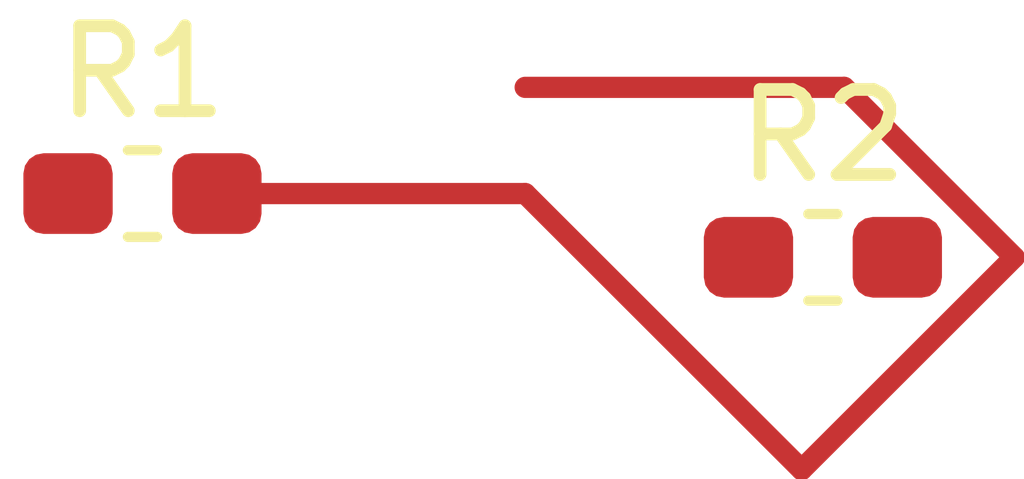
<source format=kicad_pcb>
(kicad_pcb (version 20171130) (host pcbnew "(5.1.6)-1")

  (general
    (thickness 1.6)
    (drawings 0)
    (tracks 5)
    (zones 0)
    (modules 2)
    (nets 5)
  )

  (page A4)
  (layers
    (0 F.Cu signal)
    (31 B.Cu signal)
    (32 B.Adhes user)
    (33 F.Adhes user)
    (34 B.Paste user)
    (35 F.Paste user)
    (36 B.SilkS user)
    (37 F.SilkS user)
    (38 B.Mask user)
    (39 F.Mask user)
    (40 Dwgs.User user)
    (41 Cmts.User user)
    (42 Eco1.User user)
    (43 Eco2.User user)
    (44 Edge.Cuts user)
    (45 Margin user)
    (46 B.CrtYd user)
    (47 F.CrtYd user)
    (48 B.Fab user)
    (49 F.Fab user)
  )

  (setup
    (last_trace_width 0.25)
    (trace_clearance 0.2)
    (zone_clearance 0.508)
    (zone_45_only no)
    (trace_min 0.2)
    (via_size 0.8)
    (via_drill 0.4)
    (via_min_size 0.4)
    (via_min_drill 0.3)
    (uvia_size 0.3)
    (uvia_drill 0.1)
    (uvias_allowed no)
    (uvia_min_size 0.2)
    (uvia_min_drill 0.1)
    (edge_width 0.05)
    (segment_width 0.2)
    (pcb_text_width 0.3)
    (pcb_text_size 1.5 1.5)
    (mod_edge_width 0.12)
    (mod_text_size 1 1)
    (mod_text_width 0.15)
    (pad_size 1.524 1.524)
    (pad_drill 0.762)
    (pad_to_mask_clearance 0.05)
    (aux_axis_origin 0 0)
    (visible_elements FFFFFF7F)
    (pcbplotparams
      (layerselection 0x010fc_ffffffff)
      (usegerberextensions false)
      (usegerberattributes true)
      (usegerberadvancedattributes true)
      (creategerberjobfile true)
      (excludeedgelayer true)
      (linewidth 0.100000)
      (plotframeref false)
      (viasonmask false)
      (mode 1)
      (useauxorigin false)
      (hpglpennumber 1)
      (hpglpenspeed 20)
      (hpglpendiameter 15.000000)
      (psnegative false)
      (psa4output false)
      (plotreference true)
      (plotvalue true)
      (plotinvisibletext false)
      (padsonsilk false)
      (subtractmaskfromsilk false)
      (outputformat 1)
      (mirror false)
      (drillshape 1)
      (scaleselection 1)
      (outputdirectory ""))
  )

  (net 0 "")
  (net 1 "Net-(R1-Pad1)")
  (net 2 "Net-(R1-Pad2)")
  (net 3 "Net-(R2-Pad1)")
  (net 4 "Net-(R2-Pad2)")

  (net_class Default "This is the default net class."
    (clearance 0.2)
    (trace_width 0.25)
    (via_dia 0.8)
    (via_drill 0.4)
    (uvia_dia 0.3)
    (uvia_drill 0.1)
    (add_net "Net-(R1-Pad1)")
    (add_net "Net-(R1-Pad2)")
    (add_net "Net-(R2-Pad1)")
    (add_net "Net-(R2-Pad2)")
  )

  (module Resistor_SMD:R_0603_1608Metric_Pad1.05x0.95mm_HandSolder (layer F.Cu) (tedit 5B301BBD) (tstamp 60AD5EA0)
    (at 24.25 21.75)
    (descr "Resistor SMD 0603 (1608 Metric), square (rectangular) end terminal, IPC_7351 nominal with elongated pad for handsoldering. (Body size source: http://www.tortai-tech.com/upload/download/2011102023233369053.pdf), generated with kicad-footprint-generator")
    (tags "resistor handsolder")
    (path /60AD741E)
    (attr smd)
    (fp_text reference R1 (at 0 -1.43) (layer F.SilkS)
      (effects (font (size 1 1) (thickness 0.15)))
    )
    (fp_text value R (at 0 1.43) (layer F.Fab)
      (effects (font (size 1 1) (thickness 0.15)))
    )
    (fp_line (start 1.65 0.73) (end -1.65 0.73) (layer F.CrtYd) (width 0.05))
    (fp_line (start 1.65 -0.73) (end 1.65 0.73) (layer F.CrtYd) (width 0.05))
    (fp_line (start -1.65 -0.73) (end 1.65 -0.73) (layer F.CrtYd) (width 0.05))
    (fp_line (start -1.65 0.73) (end -1.65 -0.73) (layer F.CrtYd) (width 0.05))
    (fp_line (start -0.171267 0.51) (end 0.171267 0.51) (layer F.SilkS) (width 0.12))
    (fp_line (start -0.171267 -0.51) (end 0.171267 -0.51) (layer F.SilkS) (width 0.12))
    (fp_line (start 0.8 0.4) (end -0.8 0.4) (layer F.Fab) (width 0.1))
    (fp_line (start 0.8 -0.4) (end 0.8 0.4) (layer F.Fab) (width 0.1))
    (fp_line (start -0.8 -0.4) (end 0.8 -0.4) (layer F.Fab) (width 0.1))
    (fp_line (start -0.8 0.4) (end -0.8 -0.4) (layer F.Fab) (width 0.1))
    (fp_text user %R (at 0 0) (layer F.Fab)
      (effects (font (size 0.4 0.4) (thickness 0.06)))
    )
    (pad 1 smd roundrect (at -0.875 0) (size 1.05 0.95) (layers F.Cu F.Paste F.Mask) (roundrect_rratio 0.25)
      (net 1 "Net-(R1-Pad1)"))
    (pad 2 smd roundrect (at 0.875 0) (size 1.05 0.95) (layers F.Cu F.Paste F.Mask) (roundrect_rratio 0.25)
      (net 2 "Net-(R1-Pad2)"))
    (model ${KISYS3DMOD}/Resistor_SMD.3dshapes/R_0603_1608Metric.wrl
      (at (xyz 0 0 0))
      (scale (xyz 1 1 1))
      (rotate (xyz 0 0 0))
    )
  )

  (module Resistor_SMD:R_0603_1608Metric_Pad1.05x0.95mm_HandSolder (layer F.Cu) (tedit 5B301BBD) (tstamp 60AD5F01)
    (at 32.25 22.5)
    (descr "Resistor SMD 0603 (1608 Metric), square (rectangular) end terminal, IPC_7351 nominal with elongated pad for handsoldering. (Body size source: http://www.tortai-tech.com/upload/download/2011102023233369053.pdf), generated with kicad-footprint-generator")
    (tags "resistor handsolder")
    (path /60AD7907)
    (attr smd)
    (fp_text reference R2 (at 0 -1.43) (layer F.SilkS)
      (effects (font (size 1 1) (thickness 0.15)))
    )
    (fp_text value R (at 0 1.43) (layer F.Fab)
      (effects (font (size 1 1) (thickness 0.15)))
    )
    (fp_line (start 1.65 0.73) (end -1.65 0.73) (layer F.CrtYd) (width 0.05))
    (fp_line (start 1.65 -0.73) (end 1.65 0.73) (layer F.CrtYd) (width 0.05))
    (fp_line (start -1.65 -0.73) (end 1.65 -0.73) (layer F.CrtYd) (width 0.05))
    (fp_line (start -1.65 0.73) (end -1.65 -0.73) (layer F.CrtYd) (width 0.05))
    (fp_line (start -0.171267 0.51) (end 0.171267 0.51) (layer F.SilkS) (width 0.12))
    (fp_line (start -0.171267 -0.51) (end 0.171267 -0.51) (layer F.SilkS) (width 0.12))
    (fp_line (start 0.8 0.4) (end -0.8 0.4) (layer F.Fab) (width 0.1))
    (fp_line (start 0.8 -0.4) (end 0.8 0.4) (layer F.Fab) (width 0.1))
    (fp_line (start -0.8 -0.4) (end 0.8 -0.4) (layer F.Fab) (width 0.1))
    (fp_line (start -0.8 0.4) (end -0.8 -0.4) (layer F.Fab) (width 0.1))
    (fp_text user %R (at 0 0) (layer F.Fab)
      (effects (font (size 0.4 0.4) (thickness 0.06)))
    )
    (pad 1 smd roundrect (at -0.875 0) (size 1.05 0.95) (layers F.Cu F.Paste F.Mask) (roundrect_rratio 0.25)
      (net 3 "Net-(R2-Pad1)"))
    (pad 2 smd roundrect (at 0.875 0) (size 1.05 0.95) (layers F.Cu F.Paste F.Mask) (roundrect_rratio 0.25)
      (net 4 "Net-(R2-Pad2)"))
    (model ${KISYS3DMOD}/Resistor_SMD.3dshapes/R_0603_1608Metric.wrl
      (at (xyz 0 0 0))
      (scale (xyz 1 1 1))
      (rotate (xyz 0 0 0))
    )
  )

  (segment (start 25.125 21.75) (end 28.75 21.75) (width 0.25) (layer F.Cu) (net 2))
  (segment (start 28.75 21.75) (end 32 25) (width 0.25) (layer F.Cu) (net 2))
  (segment (start 32 25) (end 34.5 22.5) (width 0.25) (layer F.Cu) (net 2))
  (segment (start 34.5 22.5) (end 32.5 20.5) (width 0.25) (layer F.Cu) (net 2))
  (segment (start 32.5 20.5) (end 28.75 20.5) (width 0.25) (layer F.Cu) (net 2))

)

</source>
